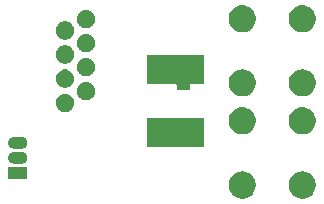
<source format=gbr>
G04 #@! TF.GenerationSoftware,KiCad,Pcbnew,(5.1.2)-2*
G04 #@! TF.CreationDate,2019-10-10T13:12:07+11:00*
G04 #@! TF.ProjectId,BoSL Probe,426f534c-2050-4726-9f62-652e6b696361,rev?*
G04 #@! TF.SameCoordinates,Original*
G04 #@! TF.FileFunction,Soldermask,Bot*
G04 #@! TF.FilePolarity,Negative*
%FSLAX46Y46*%
G04 Gerber Fmt 4.6, Leading zero omitted, Abs format (unit mm)*
G04 Created by KiCad (PCBNEW (5.1.2)-2) date 2019-10-10 13:12:07*
%MOMM*%
%LPD*%
G04 APERTURE LIST*
%ADD10C,0.100000*%
G04 APERTURE END LIST*
D10*
G36*
X127304549Y-105911116D02*
G01*
X127415734Y-105933232D01*
X127625203Y-106019997D01*
X127813720Y-106145960D01*
X127974040Y-106306280D01*
X128100003Y-106494797D01*
X128100004Y-106494799D01*
X128125416Y-106556150D01*
X128186768Y-106704266D01*
X128231000Y-106926636D01*
X128231000Y-107153364D01*
X128186768Y-107375734D01*
X128100003Y-107585203D01*
X127974040Y-107773720D01*
X127813720Y-107934040D01*
X127625203Y-108060003D01*
X127415734Y-108146768D01*
X127304549Y-108168884D01*
X127193365Y-108191000D01*
X126966635Y-108191000D01*
X126855451Y-108168884D01*
X126744266Y-108146768D01*
X126534797Y-108060003D01*
X126346280Y-107934040D01*
X126185960Y-107773720D01*
X126059997Y-107585203D01*
X125973232Y-107375734D01*
X125929000Y-107153364D01*
X125929000Y-106926636D01*
X125973232Y-106704266D01*
X126034584Y-106556150D01*
X126059996Y-106494799D01*
X126059997Y-106494797D01*
X126185960Y-106306280D01*
X126346280Y-106145960D01*
X126534797Y-106019997D01*
X126744266Y-105933232D01*
X126855451Y-105911116D01*
X126966635Y-105889000D01*
X127193365Y-105889000D01*
X127304549Y-105911116D01*
X127304549Y-105911116D01*
G37*
G36*
X122224549Y-105911116D02*
G01*
X122335734Y-105933232D01*
X122545203Y-106019997D01*
X122733720Y-106145960D01*
X122894040Y-106306280D01*
X123020003Y-106494797D01*
X123020004Y-106494799D01*
X123045416Y-106556150D01*
X123106768Y-106704266D01*
X123151000Y-106926636D01*
X123151000Y-107153364D01*
X123106768Y-107375734D01*
X123020003Y-107585203D01*
X122894040Y-107773720D01*
X122733720Y-107934040D01*
X122545203Y-108060003D01*
X122335734Y-108146768D01*
X122224549Y-108168884D01*
X122113365Y-108191000D01*
X121886635Y-108191000D01*
X121775451Y-108168884D01*
X121664266Y-108146768D01*
X121454797Y-108060003D01*
X121266280Y-107934040D01*
X121105960Y-107773720D01*
X120979997Y-107585203D01*
X120893232Y-107375734D01*
X120849000Y-107153364D01*
X120849000Y-106926636D01*
X120893232Y-106704266D01*
X120954584Y-106556150D01*
X120979996Y-106494799D01*
X120979997Y-106494797D01*
X121105960Y-106306280D01*
X121266280Y-106145960D01*
X121454797Y-106019997D01*
X121664266Y-105933232D01*
X121775451Y-105911116D01*
X121886635Y-105889000D01*
X122113365Y-105889000D01*
X122224549Y-105911116D01*
X122224549Y-105911116D01*
G37*
G36*
X103801000Y-106501000D02*
G01*
X102199000Y-106501000D01*
X102199000Y-105499000D01*
X103801000Y-105499000D01*
X103801000Y-106501000D01*
X103801000Y-106501000D01*
G37*
G36*
X103398213Y-104236249D02*
G01*
X103492652Y-104264897D01*
X103579687Y-104311418D01*
X103655975Y-104374025D01*
X103718582Y-104450313D01*
X103765103Y-104537348D01*
X103793751Y-104631787D01*
X103803424Y-104730000D01*
X103793751Y-104828213D01*
X103765103Y-104922652D01*
X103718582Y-105009687D01*
X103655975Y-105085975D01*
X103579687Y-105148582D01*
X103492652Y-105195103D01*
X103398213Y-105223751D01*
X103324612Y-105231000D01*
X102675388Y-105231000D01*
X102601787Y-105223751D01*
X102507348Y-105195103D01*
X102420313Y-105148582D01*
X102344025Y-105085975D01*
X102281418Y-105009687D01*
X102234897Y-104922652D01*
X102206249Y-104828213D01*
X102196576Y-104730000D01*
X102206249Y-104631787D01*
X102234897Y-104537348D01*
X102281418Y-104450313D01*
X102344025Y-104374025D01*
X102420313Y-104311418D01*
X102507348Y-104264897D01*
X102601787Y-104236249D01*
X102675388Y-104229000D01*
X103324612Y-104229000D01*
X103398213Y-104236249D01*
X103398213Y-104236249D01*
G37*
G36*
X103398213Y-102966249D02*
G01*
X103492652Y-102994897D01*
X103579687Y-103041418D01*
X103655975Y-103104025D01*
X103718582Y-103180313D01*
X103765103Y-103267348D01*
X103793751Y-103361787D01*
X103803424Y-103460000D01*
X103793751Y-103558213D01*
X103765103Y-103652652D01*
X103718582Y-103739687D01*
X103655975Y-103815975D01*
X103579687Y-103878582D01*
X103492652Y-103925103D01*
X103398213Y-103953751D01*
X103324612Y-103961000D01*
X102675388Y-103961000D01*
X102601787Y-103953751D01*
X102507348Y-103925103D01*
X102420313Y-103878582D01*
X102344025Y-103815975D01*
X102281418Y-103739687D01*
X102234897Y-103652652D01*
X102206249Y-103558213D01*
X102196576Y-103460000D01*
X102206249Y-103361787D01*
X102234897Y-103267348D01*
X102281418Y-103180313D01*
X102344025Y-103104025D01*
X102420313Y-103041418D01*
X102507348Y-102994897D01*
X102601787Y-102966249D01*
X102675388Y-102959000D01*
X103324612Y-102959000D01*
X103398213Y-102966249D01*
X103398213Y-102966249D01*
G37*
G36*
X118800000Y-103825000D02*
G01*
X113900000Y-103825000D01*
X113900000Y-101375000D01*
X118800000Y-101375000D01*
X118800000Y-103825000D01*
X118800000Y-103825000D01*
G37*
G36*
X127304549Y-100471116D02*
G01*
X127415734Y-100493232D01*
X127625203Y-100579997D01*
X127813720Y-100705960D01*
X127974040Y-100866280D01*
X128100003Y-101054797D01*
X128186768Y-101264266D01*
X128231000Y-101486636D01*
X128231000Y-101713364D01*
X128186768Y-101935734D01*
X128100003Y-102145203D01*
X127974040Y-102333720D01*
X127813720Y-102494040D01*
X127625203Y-102620003D01*
X127415734Y-102706768D01*
X127304549Y-102728884D01*
X127193365Y-102751000D01*
X126966635Y-102751000D01*
X126855451Y-102728884D01*
X126744266Y-102706768D01*
X126534797Y-102620003D01*
X126346280Y-102494040D01*
X126185960Y-102333720D01*
X126059997Y-102145203D01*
X125973232Y-101935734D01*
X125929000Y-101713364D01*
X125929000Y-101486636D01*
X125973232Y-101264266D01*
X126059997Y-101054797D01*
X126185960Y-100866280D01*
X126346280Y-100705960D01*
X126534797Y-100579997D01*
X126744266Y-100493232D01*
X126855451Y-100471116D01*
X126966635Y-100449000D01*
X127193365Y-100449000D01*
X127304549Y-100471116D01*
X127304549Y-100471116D01*
G37*
G36*
X122224549Y-100471116D02*
G01*
X122335734Y-100493232D01*
X122545203Y-100579997D01*
X122733720Y-100705960D01*
X122894040Y-100866280D01*
X123020003Y-101054797D01*
X123106768Y-101264266D01*
X123151000Y-101486636D01*
X123151000Y-101713364D01*
X123106768Y-101935734D01*
X123020003Y-102145203D01*
X122894040Y-102333720D01*
X122733720Y-102494040D01*
X122545203Y-102620003D01*
X122335734Y-102706768D01*
X122224549Y-102728884D01*
X122113365Y-102751000D01*
X121886635Y-102751000D01*
X121775451Y-102728884D01*
X121664266Y-102706768D01*
X121454797Y-102620003D01*
X121266280Y-102494040D01*
X121105960Y-102333720D01*
X120979997Y-102145203D01*
X120893232Y-101935734D01*
X120849000Y-101713364D01*
X120849000Y-101486636D01*
X120893232Y-101264266D01*
X120979997Y-101054797D01*
X121105960Y-100866280D01*
X121266280Y-100705960D01*
X121454797Y-100579997D01*
X121664266Y-100493232D01*
X121775451Y-100471116D01*
X121886635Y-100449000D01*
X122113365Y-100449000D01*
X122224549Y-100471116D01*
X122224549Y-100471116D01*
G37*
G36*
X107216348Y-99333820D02*
G01*
X107216350Y-99333821D01*
X107216351Y-99333821D01*
X107357574Y-99392317D01*
X107357577Y-99392319D01*
X107484669Y-99477239D01*
X107592761Y-99585331D01*
X107671224Y-99702759D01*
X107677683Y-99712426D01*
X107736179Y-99853649D01*
X107766000Y-100003571D01*
X107766000Y-100156429D01*
X107736179Y-100306351D01*
X107677683Y-100447574D01*
X107677681Y-100447577D01*
X107592761Y-100574669D01*
X107484669Y-100682761D01*
X107357577Y-100767681D01*
X107357574Y-100767683D01*
X107216351Y-100826179D01*
X107216350Y-100826179D01*
X107216348Y-100826180D01*
X107066431Y-100856000D01*
X106913569Y-100856000D01*
X106763652Y-100826180D01*
X106763650Y-100826179D01*
X106763649Y-100826179D01*
X106622426Y-100767683D01*
X106622423Y-100767681D01*
X106495331Y-100682761D01*
X106387239Y-100574669D01*
X106302319Y-100447577D01*
X106302317Y-100447574D01*
X106243821Y-100306351D01*
X106214000Y-100156429D01*
X106214000Y-100003571D01*
X106243821Y-99853649D01*
X106302317Y-99712426D01*
X106308776Y-99702759D01*
X106387239Y-99585331D01*
X106495331Y-99477239D01*
X106622423Y-99392319D01*
X106622426Y-99392317D01*
X106763649Y-99333821D01*
X106763650Y-99333821D01*
X106763652Y-99333820D01*
X106913569Y-99304000D01*
X107066431Y-99304000D01*
X107216348Y-99333820D01*
X107216348Y-99333820D01*
G37*
G36*
X108994348Y-98353820D02*
G01*
X108994350Y-98353821D01*
X108994351Y-98353821D01*
X109135574Y-98412317D01*
X109135577Y-98412319D01*
X109262669Y-98497239D01*
X109370761Y-98605331D01*
X109452514Y-98727683D01*
X109455683Y-98732426D01*
X109477948Y-98786180D01*
X109514180Y-98873652D01*
X109528412Y-98945203D01*
X109544000Y-99023571D01*
X109544000Y-99176429D01*
X109514179Y-99326351D01*
X109455683Y-99467574D01*
X109455681Y-99467577D01*
X109370761Y-99594669D01*
X109262669Y-99702761D01*
X109135577Y-99787681D01*
X109135574Y-99787683D01*
X108994351Y-99846179D01*
X108994350Y-99846179D01*
X108994348Y-99846180D01*
X108844431Y-99876000D01*
X108691569Y-99876000D01*
X108541652Y-99846180D01*
X108541650Y-99846179D01*
X108541649Y-99846179D01*
X108400426Y-99787683D01*
X108400423Y-99787681D01*
X108273331Y-99702761D01*
X108165239Y-99594669D01*
X108080319Y-99467577D01*
X108080317Y-99467574D01*
X108021821Y-99326351D01*
X107992000Y-99176429D01*
X107992000Y-99023571D01*
X108007588Y-98945203D01*
X108021820Y-98873652D01*
X108058052Y-98786180D01*
X108080317Y-98732426D01*
X108083486Y-98727683D01*
X108165239Y-98605331D01*
X108273331Y-98497239D01*
X108400423Y-98412319D01*
X108400426Y-98412317D01*
X108541649Y-98353821D01*
X108541650Y-98353821D01*
X108541652Y-98353820D01*
X108691569Y-98324000D01*
X108844431Y-98324000D01*
X108994348Y-98353820D01*
X108994348Y-98353820D01*
G37*
G36*
X122224549Y-97271116D02*
G01*
X122335734Y-97293232D01*
X122545203Y-97379997D01*
X122733720Y-97505960D01*
X122894040Y-97666280D01*
X123007443Y-97836000D01*
X123020004Y-97854799D01*
X123106768Y-98064267D01*
X123146965Y-98266348D01*
X123151000Y-98286636D01*
X123151000Y-98513364D01*
X123106768Y-98735734D01*
X123020003Y-98945203D01*
X122894040Y-99133720D01*
X122733720Y-99294040D01*
X122545203Y-99420003D01*
X122335734Y-99506768D01*
X122224549Y-99528884D01*
X122113365Y-99551000D01*
X121886635Y-99551000D01*
X121775451Y-99528884D01*
X121664266Y-99506768D01*
X121454797Y-99420003D01*
X121266280Y-99294040D01*
X121105960Y-99133720D01*
X120979997Y-98945203D01*
X120893232Y-98735734D01*
X120849000Y-98513364D01*
X120849000Y-98286636D01*
X120853036Y-98266348D01*
X120893232Y-98064267D01*
X120979996Y-97854799D01*
X120992557Y-97836000D01*
X121105960Y-97666280D01*
X121266280Y-97505960D01*
X121454797Y-97379997D01*
X121664266Y-97293232D01*
X121775451Y-97271116D01*
X121886635Y-97249000D01*
X122113365Y-97249000D01*
X122224549Y-97271116D01*
X122224549Y-97271116D01*
G37*
G36*
X127304549Y-97271116D02*
G01*
X127415734Y-97293232D01*
X127625203Y-97379997D01*
X127813720Y-97505960D01*
X127974040Y-97666280D01*
X128087443Y-97836000D01*
X128100004Y-97854799D01*
X128186768Y-98064267D01*
X128226965Y-98266348D01*
X128231000Y-98286636D01*
X128231000Y-98513364D01*
X128186768Y-98735734D01*
X128100003Y-98945203D01*
X127974040Y-99133720D01*
X127813720Y-99294040D01*
X127625203Y-99420003D01*
X127415734Y-99506768D01*
X127304549Y-99528884D01*
X127193365Y-99551000D01*
X126966635Y-99551000D01*
X126855451Y-99528884D01*
X126744266Y-99506768D01*
X126534797Y-99420003D01*
X126346280Y-99294040D01*
X126185960Y-99133720D01*
X126059997Y-98945203D01*
X125973232Y-98735734D01*
X125929000Y-98513364D01*
X125929000Y-98286636D01*
X125933036Y-98266348D01*
X125973232Y-98064267D01*
X126059996Y-97854799D01*
X126072557Y-97836000D01*
X126185960Y-97666280D01*
X126346280Y-97505960D01*
X126534797Y-97379997D01*
X126744266Y-97293232D01*
X126855451Y-97271116D01*
X126966635Y-97249000D01*
X127193365Y-97249000D01*
X127304549Y-97271116D01*
X127304549Y-97271116D01*
G37*
G36*
X118800000Y-98475000D02*
G01*
X117674999Y-98475000D01*
X117650613Y-98477402D01*
X117627164Y-98484515D01*
X117605553Y-98496066D01*
X117586611Y-98511611D01*
X117571066Y-98530553D01*
X117559515Y-98552164D01*
X117552402Y-98575613D01*
X117550000Y-98599999D01*
X117550000Y-99025000D01*
X116450000Y-99025000D01*
X116450000Y-98599999D01*
X116447598Y-98575613D01*
X116440485Y-98552164D01*
X116428934Y-98530553D01*
X116413389Y-98511611D01*
X116394447Y-98496066D01*
X116372836Y-98484515D01*
X116349387Y-98477402D01*
X116325001Y-98475000D01*
X113900000Y-98475000D01*
X113900000Y-96025000D01*
X118800000Y-96025000D01*
X118800000Y-98475000D01*
X118800000Y-98475000D01*
G37*
G36*
X107216348Y-97293820D02*
G01*
X107216350Y-97293821D01*
X107216351Y-97293821D01*
X107357574Y-97352317D01*
X107357577Y-97352319D01*
X107484669Y-97437239D01*
X107592761Y-97545331D01*
X107671224Y-97662759D01*
X107677683Y-97672426D01*
X107708854Y-97747681D01*
X107736180Y-97813652D01*
X107766000Y-97963569D01*
X107766000Y-98116429D01*
X107736179Y-98266351D01*
X107677683Y-98407574D01*
X107677681Y-98407577D01*
X107592761Y-98534669D01*
X107484669Y-98642761D01*
X107357577Y-98727681D01*
X107357574Y-98727683D01*
X107216351Y-98786179D01*
X107216350Y-98786179D01*
X107216348Y-98786180D01*
X107066431Y-98816000D01*
X106913569Y-98816000D01*
X106763652Y-98786180D01*
X106763650Y-98786179D01*
X106763649Y-98786179D01*
X106622426Y-98727683D01*
X106622423Y-98727681D01*
X106495331Y-98642761D01*
X106387239Y-98534669D01*
X106302319Y-98407577D01*
X106302317Y-98407574D01*
X106243821Y-98266351D01*
X106214000Y-98116429D01*
X106214000Y-97963569D01*
X106243820Y-97813652D01*
X106271146Y-97747681D01*
X106302317Y-97672426D01*
X106308776Y-97662759D01*
X106387239Y-97545331D01*
X106495331Y-97437239D01*
X106622423Y-97352319D01*
X106622426Y-97352317D01*
X106763649Y-97293821D01*
X106763650Y-97293821D01*
X106763652Y-97293820D01*
X106913569Y-97264000D01*
X107066431Y-97264000D01*
X107216348Y-97293820D01*
X107216348Y-97293820D01*
G37*
G36*
X108994348Y-96313820D02*
G01*
X108994350Y-96313821D01*
X108994351Y-96313821D01*
X109135574Y-96372317D01*
X109135577Y-96372319D01*
X109262669Y-96457239D01*
X109370761Y-96565331D01*
X109452514Y-96687683D01*
X109455683Y-96692426D01*
X109477948Y-96746180D01*
X109514180Y-96833652D01*
X109544000Y-96983569D01*
X109544000Y-97136431D01*
X109521609Y-97249000D01*
X109514179Y-97286351D01*
X109455683Y-97427574D01*
X109455681Y-97427577D01*
X109370761Y-97554669D01*
X109262669Y-97662761D01*
X109135577Y-97747681D01*
X109135574Y-97747683D01*
X108994351Y-97806179D01*
X108994350Y-97806179D01*
X108994348Y-97806180D01*
X108844431Y-97836000D01*
X108691569Y-97836000D01*
X108541652Y-97806180D01*
X108541650Y-97806179D01*
X108541649Y-97806179D01*
X108400426Y-97747683D01*
X108400423Y-97747681D01*
X108273331Y-97662761D01*
X108165239Y-97554669D01*
X108080319Y-97427577D01*
X108080317Y-97427574D01*
X108021821Y-97286351D01*
X108014392Y-97249000D01*
X107992000Y-97136431D01*
X107992000Y-96983569D01*
X108021820Y-96833652D01*
X108058052Y-96746180D01*
X108080317Y-96692426D01*
X108083486Y-96687683D01*
X108165239Y-96565331D01*
X108273331Y-96457239D01*
X108400423Y-96372319D01*
X108400426Y-96372317D01*
X108541649Y-96313821D01*
X108541650Y-96313821D01*
X108541652Y-96313820D01*
X108691569Y-96284000D01*
X108844431Y-96284000D01*
X108994348Y-96313820D01*
X108994348Y-96313820D01*
G37*
G36*
X107216348Y-95253820D02*
G01*
X107216350Y-95253821D01*
X107216351Y-95253821D01*
X107357574Y-95312317D01*
X107357577Y-95312319D01*
X107484669Y-95397239D01*
X107592761Y-95505331D01*
X107671224Y-95622759D01*
X107677683Y-95632426D01*
X107736179Y-95773649D01*
X107766000Y-95923571D01*
X107766000Y-96076429D01*
X107736179Y-96226351D01*
X107677683Y-96367574D01*
X107677681Y-96367577D01*
X107592761Y-96494669D01*
X107484669Y-96602761D01*
X107357577Y-96687681D01*
X107357574Y-96687683D01*
X107216351Y-96746179D01*
X107216350Y-96746179D01*
X107216348Y-96746180D01*
X107066431Y-96776000D01*
X106913569Y-96776000D01*
X106763652Y-96746180D01*
X106763650Y-96746179D01*
X106763649Y-96746179D01*
X106622426Y-96687683D01*
X106622423Y-96687681D01*
X106495331Y-96602761D01*
X106387239Y-96494669D01*
X106302319Y-96367577D01*
X106302317Y-96367574D01*
X106243821Y-96226351D01*
X106214000Y-96076429D01*
X106214000Y-95923571D01*
X106243821Y-95773649D01*
X106302317Y-95632426D01*
X106308776Y-95622759D01*
X106387239Y-95505331D01*
X106495331Y-95397239D01*
X106622423Y-95312319D01*
X106622426Y-95312317D01*
X106763649Y-95253821D01*
X106763650Y-95253821D01*
X106763652Y-95253820D01*
X106913569Y-95224000D01*
X107066431Y-95224000D01*
X107216348Y-95253820D01*
X107216348Y-95253820D01*
G37*
G36*
X108994348Y-94273820D02*
G01*
X108994350Y-94273821D01*
X108994351Y-94273821D01*
X109135574Y-94332317D01*
X109135577Y-94332319D01*
X109262669Y-94417239D01*
X109370761Y-94525331D01*
X109452514Y-94647683D01*
X109455683Y-94652426D01*
X109514179Y-94793649D01*
X109544000Y-94943571D01*
X109544000Y-95096429D01*
X109514179Y-95246351D01*
X109455683Y-95387574D01*
X109455681Y-95387577D01*
X109370761Y-95514669D01*
X109262669Y-95622761D01*
X109135577Y-95707681D01*
X109135574Y-95707683D01*
X108994351Y-95766179D01*
X108994350Y-95766179D01*
X108994348Y-95766180D01*
X108844431Y-95796000D01*
X108691569Y-95796000D01*
X108541652Y-95766180D01*
X108541650Y-95766179D01*
X108541649Y-95766179D01*
X108400426Y-95707683D01*
X108400423Y-95707681D01*
X108273331Y-95622761D01*
X108165239Y-95514669D01*
X108080319Y-95387577D01*
X108080317Y-95387574D01*
X108021821Y-95246351D01*
X107992000Y-95096429D01*
X107992000Y-94943571D01*
X108021821Y-94793649D01*
X108080317Y-94652426D01*
X108083486Y-94647683D01*
X108165239Y-94525331D01*
X108273331Y-94417239D01*
X108400423Y-94332319D01*
X108400426Y-94332317D01*
X108541649Y-94273821D01*
X108541650Y-94273821D01*
X108541652Y-94273820D01*
X108691569Y-94244000D01*
X108844431Y-94244000D01*
X108994348Y-94273820D01*
X108994348Y-94273820D01*
G37*
G36*
X107216348Y-93213820D02*
G01*
X107216350Y-93213821D01*
X107216351Y-93213821D01*
X107357574Y-93272317D01*
X107357577Y-93272319D01*
X107484669Y-93357239D01*
X107592761Y-93465331D01*
X107671224Y-93582759D01*
X107677683Y-93592426D01*
X107719640Y-93693720D01*
X107736180Y-93733652D01*
X107766000Y-93883569D01*
X107766000Y-94036431D01*
X107759966Y-94066768D01*
X107736179Y-94186351D01*
X107677683Y-94327574D01*
X107677681Y-94327577D01*
X107592761Y-94454669D01*
X107484669Y-94562761D01*
X107357577Y-94647681D01*
X107357574Y-94647683D01*
X107216351Y-94706179D01*
X107216350Y-94706179D01*
X107216348Y-94706180D01*
X107066431Y-94736000D01*
X106913569Y-94736000D01*
X106763652Y-94706180D01*
X106763650Y-94706179D01*
X106763649Y-94706179D01*
X106622426Y-94647683D01*
X106622423Y-94647681D01*
X106495331Y-94562761D01*
X106387239Y-94454669D01*
X106302319Y-94327577D01*
X106302317Y-94327574D01*
X106243821Y-94186351D01*
X106220035Y-94066768D01*
X106214000Y-94036431D01*
X106214000Y-93883569D01*
X106243820Y-93733652D01*
X106260360Y-93693720D01*
X106302317Y-93592426D01*
X106308776Y-93582759D01*
X106387239Y-93465331D01*
X106495331Y-93357239D01*
X106622423Y-93272319D01*
X106622426Y-93272317D01*
X106763649Y-93213821D01*
X106763650Y-93213821D01*
X106763652Y-93213820D01*
X106913569Y-93184000D01*
X107066431Y-93184000D01*
X107216348Y-93213820D01*
X107216348Y-93213820D01*
G37*
G36*
X122224549Y-91831116D02*
G01*
X122335734Y-91853232D01*
X122545203Y-91939997D01*
X122733720Y-92065960D01*
X122894040Y-92226280D01*
X123020003Y-92414797D01*
X123106768Y-92624266D01*
X123151000Y-92846636D01*
X123151000Y-93073364D01*
X123106768Y-93295734D01*
X123020003Y-93505203D01*
X122894040Y-93693720D01*
X122733720Y-93854040D01*
X122545203Y-93980003D01*
X122335734Y-94066768D01*
X122224549Y-94088884D01*
X122113365Y-94111000D01*
X121886635Y-94111000D01*
X121775451Y-94088884D01*
X121664266Y-94066768D01*
X121454797Y-93980003D01*
X121266280Y-93854040D01*
X121105960Y-93693720D01*
X120979997Y-93505203D01*
X120893232Y-93295734D01*
X120849000Y-93073364D01*
X120849000Y-92846636D01*
X120893232Y-92624266D01*
X120979997Y-92414797D01*
X121105960Y-92226280D01*
X121266280Y-92065960D01*
X121454797Y-91939997D01*
X121664266Y-91853232D01*
X121775451Y-91831116D01*
X121886635Y-91809000D01*
X122113365Y-91809000D01*
X122224549Y-91831116D01*
X122224549Y-91831116D01*
G37*
G36*
X127304549Y-91831116D02*
G01*
X127415734Y-91853232D01*
X127625203Y-91939997D01*
X127813720Y-92065960D01*
X127974040Y-92226280D01*
X128100003Y-92414797D01*
X128186768Y-92624266D01*
X128231000Y-92846636D01*
X128231000Y-93073364D01*
X128186768Y-93295734D01*
X128100003Y-93505203D01*
X127974040Y-93693720D01*
X127813720Y-93854040D01*
X127625203Y-93980003D01*
X127415734Y-94066768D01*
X127304549Y-94088884D01*
X127193365Y-94111000D01*
X126966635Y-94111000D01*
X126855451Y-94088884D01*
X126744266Y-94066768D01*
X126534797Y-93980003D01*
X126346280Y-93854040D01*
X126185960Y-93693720D01*
X126059997Y-93505203D01*
X125973232Y-93295734D01*
X125929000Y-93073364D01*
X125929000Y-92846636D01*
X125973232Y-92624266D01*
X126059997Y-92414797D01*
X126185960Y-92226280D01*
X126346280Y-92065960D01*
X126534797Y-91939997D01*
X126744266Y-91853232D01*
X126855451Y-91831116D01*
X126966635Y-91809000D01*
X127193365Y-91809000D01*
X127304549Y-91831116D01*
X127304549Y-91831116D01*
G37*
G36*
X108994348Y-92233820D02*
G01*
X108994350Y-92233821D01*
X108994351Y-92233821D01*
X109135574Y-92292317D01*
X109135577Y-92292319D01*
X109262669Y-92377239D01*
X109370761Y-92485331D01*
X109455681Y-92612423D01*
X109455683Y-92612426D01*
X109514179Y-92753649D01*
X109514180Y-92753652D01*
X109544000Y-92903569D01*
X109544000Y-93056431D01*
X109540632Y-93073365D01*
X109514179Y-93206351D01*
X109455683Y-93347574D01*
X109455681Y-93347577D01*
X109370761Y-93474669D01*
X109262669Y-93582761D01*
X109135577Y-93667681D01*
X109135574Y-93667683D01*
X108994351Y-93726179D01*
X108994350Y-93726179D01*
X108994348Y-93726180D01*
X108844431Y-93756000D01*
X108691569Y-93756000D01*
X108541652Y-93726180D01*
X108541650Y-93726179D01*
X108541649Y-93726179D01*
X108400426Y-93667683D01*
X108400423Y-93667681D01*
X108273331Y-93582761D01*
X108165239Y-93474669D01*
X108080319Y-93347577D01*
X108080317Y-93347574D01*
X108021821Y-93206351D01*
X107995369Y-93073365D01*
X107992000Y-93056431D01*
X107992000Y-92903569D01*
X108021820Y-92753652D01*
X108021821Y-92753649D01*
X108080317Y-92612426D01*
X108080319Y-92612423D01*
X108165239Y-92485331D01*
X108273331Y-92377239D01*
X108400423Y-92292319D01*
X108400426Y-92292317D01*
X108541649Y-92233821D01*
X108541650Y-92233821D01*
X108541652Y-92233820D01*
X108691569Y-92204000D01*
X108844431Y-92204000D01*
X108994348Y-92233820D01*
X108994348Y-92233820D01*
G37*
M02*

</source>
